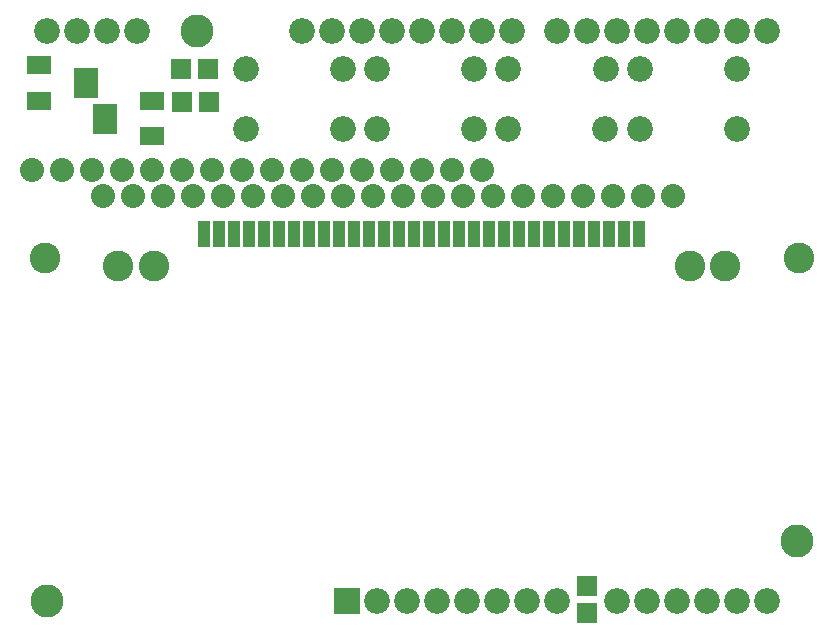
<source format=gbr>
G04 GERBER ASCII OUTPUT FROM: EDWINXP (VER. 1.61 REV. 20080915)*
G04 GERBER FORMAT: RX-274-X*
G04 BOARD: AMICUS_LCD_SHIELD*
G04 ARTWORK OF COMP.MASK POSITIVE*
%ASAXBY*%
%FSLAX23Y23*%
%MIA0B0*%
%MOIN*%
%OFA0.0000B0.0000*%
%SFA1B1*%
%IJA0B0*%
%INLAYER1POS*%
%IOA0B0*%
%IPPOS*%
%IR0*%
G04 APERTURE MACROS*
%AMEDWDONUT*
1,1,$1,$2,$3*
1,0,$4,$2,$3*
%
%AMEDWFRECT*
20,1,$1,$2,$3,$4,$5,$6*
%
%AMEDWORECT*
20,1,$1,$2,$3,$4,$5,$10*
20,1,$1,$4,$5,$6,$7,$10*
20,1,$1,$6,$7,$8,$9,$10*
20,1,$1,$8,$9,$2,$3,$10*
1,1,$1,$2,$3*
1,1,$1,$4,$5*
1,1,$1,$6,$7*
1,1,$1,$8,$9*
%
%AMEDWLINER*
20,1,$1,$2,$3,$4,$5,$6*
1,1,$1,$2,$3*
1,1,$1,$4,$5*
%
%AMEDWFTRNG*
4,1,3,$1,$2,$3,$4,$5,$6,$7,$8,$9*
%
%AMEDWATRNG*
4,1,3,$1,$2,$3,$4,$5,$6,$7,$8,$9*
20,1,$11,$1,$2,$3,$4,$10*
20,1,$11,$3,$4,$5,$6,$10*
20,1,$11,$5,$6,$7,$8,$10*
1,1,$11,$3,$4*
1,1,$11,$5,$6*
1,1,$11,$7,$8*
%
%AMEDWOTRNG*
20,1,$1,$2,$3,$4,$5,$8*
20,1,$1,$4,$5,$6,$7,$8*
20,1,$1,$6,$7,$2,$3,$8*
1,1,$1,$2,$3*
1,1,$1,$4,$5*
1,1,$1,$6,$7*
%
G04*
G04 APERTURE LIST*
%ADD10R,0.03937X0.08661*%
%ADD11R,0.06337X0.11061*%
%ADD12R,0.0315X0.07874*%
%ADD13R,0.0555X0.10274*%
%ADD14R,0.0580X0.0500*%
%ADD15R,0.0820X0.0740*%
%ADD16R,0.0480X0.0400*%
%ADD17R,0.0720X0.0640*%
%ADD18R,0.08268X0.05945*%
%ADD19R,0.10668X0.08345*%
%ADD20R,0.07874X0.05906*%
%ADD21R,0.10274X0.08306*%
%ADD22R,0.08268X0.10236*%
%ADD23R,0.10668X0.12636*%
%ADD24R,0.07874X0.09843*%
%ADD25R,0.10274X0.12243*%
%ADD26R,0.0700X0.0650*%
%ADD27R,0.0940X0.0890*%
%ADD28R,0.0600X0.0550*%
%ADD29R,0.0840X0.0790*%
%ADD30R,0.0650X0.0700*%
%ADD31R,0.0890X0.0940*%
%ADD32R,0.0550X0.0600*%
%ADD33R,0.0790X0.0840*%
%ADD34R,0.07087X0.06693*%
%ADD35R,0.10236X0.09843*%
%ADD36R,0.06299X0.05906*%
%ADD37R,0.09449X0.09055*%
%ADD38R,0.06693X0.07087*%
%ADD39R,0.09843X0.10236*%
%ADD40R,0.05906X0.06299*%
%ADD41R,0.09055X0.09449*%
%ADD42R,0.04724X0.06693*%
%ADD43R,0.07124X0.09093*%
%ADD44R,0.03937X0.05906*%
%ADD45R,0.06337X0.08306*%
%ADD46R,0.0860X0.0860*%
%ADD47R,0.1100X0.1100*%
%ADD48R,0.0700X0.0700*%
%ADD49R,0.0940X0.0940*%
%ADD50C,0.00039*%
%ADD52C,0.0010*%
%ADD54C,0.00118*%
%ADD56C,0.0020*%
%ADD57R,0.0020X0.0020*%
%ADD58C,0.00236*%
%ADD60C,0.0030*%
%ADD61R,0.0030X0.0030*%
%ADD62C,0.00394*%
%ADD64C,0.0040*%
%ADD65R,0.0040X0.0040*%
%ADD66C,0.00472*%
%ADD68C,0.0050*%
%ADD69R,0.0050X0.0050*%
%ADD70C,0.00512*%
%ADD71R,0.00512X0.00512*%
%ADD72C,0.00591*%
%ADD73R,0.00591X0.00591*%
%ADD74C,0.00659*%
%ADD75R,0.00659X0.00659*%
%ADD76C,0.00669*%
%ADD78C,0.00787*%
%ADD79R,0.00787X0.00787*%
%ADD80C,0.00799*%
%ADD82C,0.0080*%
%ADD84C,0.00886*%
%ADD85R,0.00886X0.00886*%
%ADD86C,0.00975*%
%ADD87R,0.00975X0.00975*%
%ADD88C,0.00984*%
%ADD89R,0.00984X0.00984*%
%ADD90C,0.0100*%
%ADD91R,0.0100X0.0100*%
%ADD92C,0.01181*%
%ADD94C,0.0120*%
%ADD96C,0.0130*%
%ADD97R,0.0130X0.0130*%
%ADD98C,0.0150*%
%ADD99R,0.0150X0.0150*%
%ADD100C,0.01575*%
%ADD102C,0.0160*%
%ADD103R,0.0160X0.0160*%
%ADD104C,0.01698*%
%ADD105R,0.01698X0.01698*%
%ADD106C,0.01797*%
%ADD107R,0.01797X0.01797*%
%ADD108C,0.01895*%
%ADD109R,0.01895X0.01895*%
%ADD110C,0.01969*%
%ADD111R,0.01969X0.01969*%
%ADD112C,0.01994*%
%ADD113R,0.01994X0.01994*%
%ADD114C,0.0200*%
%ADD116C,0.02092*%
%ADD117R,0.02092X0.02092*%
%ADD118C,0.02191*%
%ADD119R,0.02191X0.02191*%
%ADD120C,0.02289*%
%ADD121R,0.02289X0.02289*%
%ADD122C,0.02362*%
%ADD123R,0.02362X0.02362*%
%ADD124C,0.02387*%
%ADD125R,0.02387X0.02387*%
%ADD126C,0.0240*%
%ADD127R,0.0240X0.0240*%
%ADD128C,0.0240*%
%ADD129R,0.0240X0.0240*%
%ADD130C,0.02486*%
%ADD131R,0.02486X0.02486*%
%ADD132C,0.0250*%
%ADD133R,0.0250X0.0250*%
%ADD134C,0.02584*%
%ADD135R,0.02584X0.02584*%
%ADD136C,0.02636*%
%ADD138C,0.02683*%
%ADD139R,0.02683X0.02683*%
%ADD140C,0.02781*%
%ADD141R,0.02781X0.02781*%
%ADD142C,0.02794*%
%ADD144C,0.0288*%
%ADD145R,0.0288X0.0288*%
%ADD146C,0.0290*%
%ADD148C,0.02912*%
%ADD149R,0.02912X0.02912*%
%ADD150C,0.02978*%
%ADD151R,0.02978X0.02978*%
%ADD152C,0.02991*%
%ADD153R,0.02991X0.02991*%
%ADD154C,0.0300*%
%ADD155R,0.0300X0.0300*%
%ADD156C,0.03059*%
%ADD157R,0.03059X0.03059*%
%ADD158C,0.03069*%
%ADD159R,0.03069X0.03069*%
%ADD160C,0.03076*%
%ADD161R,0.03076X0.03076*%
%ADD162C,0.03175*%
%ADD163R,0.03175X0.03175*%
%ADD164C,0.03199*%
%ADD165R,0.03199X0.03199*%
%ADD166C,0.0320*%
%ADD167R,0.0320X0.0320*%
%ADD168C,0.03273*%
%ADD169R,0.03273X0.03273*%
%ADD170C,0.03372*%
%ADD171R,0.03372X0.03372*%
%ADD172C,0.03375*%
%ADD173R,0.03375X0.03375*%
%ADD174C,0.0347*%
%ADD175R,0.0347X0.0347*%
%ADD176C,0.0350*%
%ADD177R,0.0350X0.0350*%
%ADD178C,0.03569*%
%ADD179R,0.03569X0.03569*%
%ADD180C,0.03581*%
%ADD182C,0.0360*%
%ADD183R,0.0360X0.0360*%
%ADD184C,0.03667*%
%ADD185R,0.03667X0.03667*%
%ADD186C,0.0370*%
%ADD187R,0.0370X0.0370*%
%ADD188C,0.03765*%
%ADD189R,0.03765X0.03765*%
%ADD190C,0.03864*%
%ADD191R,0.03864X0.03864*%
%ADD192C,0.0390*%
%ADD193R,0.0390X0.0390*%
%ADD194C,0.03937*%
%ADD195R,0.03937X0.03937*%
%ADD196C,0.03962*%
%ADD197R,0.03962X0.03962*%
%ADD198C,0.0400*%
%ADD199R,0.0400X0.0400*%
%ADD200C,0.04061*%
%ADD201R,0.04061X0.04061*%
%ADD202C,0.04159*%
%ADD203R,0.04159X0.04159*%
%ADD204C,0.04173*%
%ADD205R,0.04173X0.04173*%
%ADD206C,0.04257*%
%ADD207R,0.04257X0.04257*%
%ADD208C,0.04356*%
%ADD209R,0.04356X0.04356*%
%ADD210C,0.0440*%
%ADD212C,0.04454*%
%ADD213R,0.04454X0.04454*%
%ADD214C,0.0450*%
%ADD215R,0.0450X0.0450*%
%ADD216C,0.04553*%
%ADD217R,0.04553X0.04553*%
%ADD218C,0.04651*%
%ADD219R,0.04651X0.04651*%
%ADD220C,0.0470*%
%ADD221R,0.0470X0.0470*%
%ADD222C,0.04724*%
%ADD223R,0.04724X0.04724*%
%ADD224C,0.04762*%
%ADD225R,0.04762X0.04762*%
%ADD226C,0.0490*%
%ADD227R,0.0490X0.0490*%
%ADD228C,0.0500*%
%ADD229R,0.0500X0.0500*%
%ADD230C,0.05118*%
%ADD231R,0.05118X0.05118*%
%ADD232C,0.0560*%
%ADD233R,0.0560X0.0560*%
%ADD234C,0.0570*%
%ADD235R,0.0570X0.0570*%
%ADD236C,0.0590*%
%ADD237R,0.0590X0.0590*%
%ADD238C,0.05906*%
%ADD239R,0.05906X0.05906*%
%ADD240C,0.05945*%
%ADD241R,0.05945X0.05945*%
%ADD242C,0.0600*%
%ADD243R,0.0600X0.0600*%
%ADD244C,0.0620*%
%ADD246C,0.06201*%
%ADD248C,0.06299*%
%ADD249R,0.06299X0.06299*%
%ADD250C,0.06337*%
%ADD251R,0.06337X0.06337*%
%ADD252C,0.0650*%
%ADD253R,0.0650X0.0650*%
%ADD254C,0.06693*%
%ADD255R,0.06693X0.06693*%
%ADD256C,0.0690*%
%ADD257R,0.0690X0.0690*%
%ADD258C,0.06906*%
%ADD259R,0.06906X0.06906*%
%ADD260C,0.0700*%
%ADD261R,0.0700X0.0700*%
%ADD262C,0.0710*%
%ADD263R,0.0710X0.0710*%
%ADD264C,0.07124*%
%ADD265R,0.07124X0.07124*%
%ADD266C,0.0740*%
%ADD267R,0.0740X0.0740*%
%ADD268C,0.0750*%
%ADD269R,0.0750X0.0750*%
%ADD270C,0.07598*%
%ADD272C,0.0760*%
%ADD274C,0.07874*%
%ADD275R,0.07874X0.07874*%
%ADD276C,0.0800*%
%ADD277R,0.0800X0.0800*%
%ADD278C,0.0810*%
%ADD279R,0.0810X0.0810*%
%ADD280C,0.08268*%
%ADD281R,0.08268X0.08268*%
%ADD282C,0.08306*%
%ADD283R,0.08306X0.08306*%
%ADD284C,0.08345*%
%ADD285R,0.08345X0.08345*%
%ADD286C,0.0840*%
%ADD287R,0.0840X0.0840*%
%ADD288C,0.08598*%
%ADD290C,0.0860*%
%ADD291R,0.0860X0.0860*%
%ADD292C,0.08601*%
%ADD294C,0.0870*%
%ADD295R,0.0870X0.0870*%
%ADD296C,0.0890*%
%ADD297R,0.0890X0.0890*%
%ADD298C,0.0900*%
%ADD299R,0.0900X0.0900*%
%ADD300C,0.09093*%
%ADD301R,0.09093X0.09093*%
%ADD302C,0.0940*%
%ADD303R,0.0940X0.0940*%
%ADD304C,0.09449*%
%ADD306C,0.0970*%
%ADD307R,0.0970X0.0970*%
%ADD308C,0.09843*%
%ADD309R,0.09843X0.09843*%
%ADD310C,0.0990*%
%ADD311R,0.0990X0.0990*%
%ADD312C,0.09998*%
%ADD314C,0.1000*%
%ADD315R,0.1000X0.1000*%
%ADD316C,0.10236*%
%ADD317R,0.10236X0.10236*%
%ADD318C,0.10274*%
%ADD319R,0.10274X0.10274*%
%ADD320C,0.1040*%
%ADD321R,0.1040X0.1040*%
%ADD322C,0.10668*%
%ADD323R,0.10668X0.10668*%
%ADD324C,0.10998*%
%ADD326C,0.1100*%
%ADD327R,0.1100X0.1100*%
%ADD328C,0.1110*%
%ADD329R,0.1110X0.1110*%
%ADD330C,0.1120*%
%ADD331R,0.1120X0.1120*%
%ADD332C,0.1140*%
%ADD333R,0.1140X0.1140*%
%ADD334C,0.1150*%
%ADD335R,0.1150X0.1150*%
%ADD336C,0.11849*%
%ADD338C,0.1200*%
%ADD339R,0.1200X0.1200*%
%ADD340C,0.1210*%
%ADD341R,0.1210X0.1210*%
%ADD342C,0.12243*%
%ADD343R,0.12243X0.12243*%
%ADD344C,0.1240*%
%ADD345R,0.1240X0.1240*%
%ADD346C,0.1250*%
%ADD347R,0.1250X0.1250*%
%ADD348C,0.12636*%
%ADD349R,0.12636X0.12636*%
%ADD350C,0.12992*%
%ADD351R,0.12992X0.12992*%
%ADD352C,0.1300*%
%ADD353R,0.1300X0.1300*%
%ADD354C,0.1340*%
%ADD355R,0.1340X0.1340*%
%ADD356C,0.1390*%
%ADD357R,0.1390X0.1390*%
%ADD358C,0.1420*%
%ADD359R,0.1420X0.1420*%
%ADD360C,0.1440*%
%ADD361R,0.1440X0.1440*%
%ADD362C,0.1490*%
%ADD363R,0.1490X0.1490*%
%ADD364C,0.1520*%
%ADD365R,0.1520X0.1520*%
%ADD366C,0.15374*%
%ADD367R,0.15374X0.15374*%
%ADD368C,0.1540*%
%ADD369R,0.1540X0.1540*%
%ADD370C,0.1660*%
%ADD371R,0.1660X0.1660*%
%ADD372C,0.17323*%
%ADD374C,0.1760*%
%ADD375R,0.1760X0.1760*%
%ADD376C,0.17774*%
%ADD377R,0.17774X0.17774*%
%ADD378C,0.18504*%
%ADD380C,0.18898*%
%ADD382C,0.20904*%
%ADD384C,0.2126*%
%ADD386C,0.21298*%
%ADD388C,0.22835*%
%ADD391R,0.23622X0.23622*%
%ADD393R,0.24937X0.24937*%
%ADD395R,0.26022X0.26022*%
%ADD397R,0.27337X0.27337*%
%ADD399R,0.31496X0.31496*%
%ADD401R,0.32811X0.32811*%
%ADD403R,0.33896X0.33896*%
%ADD405R,0.35211X0.35211*%
%ADD406C,0.45211*%
%ADD407R,0.45211X0.45211*%
%ADD408C,0.55211*%
%ADD409R,0.55211X0.55211*%
%ADD410C,0.65211*%
%ADD411R,0.65211X0.65211*%
%ADD412C,0.75211*%
%ADD413R,0.75211X0.75211*%
%ADD414C,0.85211*%
%ADD415R,0.85211X0.85211*%
%ADD416C,0.95211*%
%ADD417R,0.95211X0.95211*%
%ADD418C,1.05211*%
%ADD419R,1.05211X1.05211*%
%ADD420C,1.15211*%
%ADD421R,1.15211X1.15211*%
%ADD422C,1.25211*%
%ADD423R,1.25211X1.25211*%
%ADD424C,1.35211*%
%ADD425R,1.35211X1.35211*%
%ADD426C,1.45211*%
%ADD427R,1.45211X1.45211*%
%ADD428C,1.55211*%
%ADD429R,1.55211X1.55211*%
%ADD430C,1.65211*%
%ADD431R,1.65211X1.65211*%
%ADD432C,1.75211*%
%ADD433R,1.75211X1.75211*%
%ADD434C,1.85211*%
%ADD435R,1.85211X1.85211*%
%ADD436C,1.95211*%
%ADD437R,1.95211X1.95211*%
G04*
D288*
X2400Y1675D02*D03*
X2400Y1875D02*D03*
X2076Y1875D02*D03*
X2076Y1675D02*D03*
X1962Y1675D02*D03*
X1963Y1875D02*D03*
X1638Y1875D02*D03*
X1638Y1675D02*D03*
X1525Y1675D02*D03*
X1525Y1875D02*D03*
X1201Y1875D02*D03*
X1201Y1675D02*D03*
D276*
X50Y1538D02*D03*
X150Y1538D02*D03*
X250Y1538D02*D03*
X350Y1538D02*D03*
X450Y1538D02*D03*
X550Y1538D02*D03*
X650Y1538D02*D03*
X750Y1538D02*D03*
X850Y1538D02*D03*
X950Y1538D02*D03*
X1050Y1538D02*D03*
X1150Y1538D02*D03*
X1250Y1538D02*D03*
X1350Y1538D02*D03*
X1450Y1538D02*D03*
X1550Y1538D02*D03*
D10* 
X625Y1325D02*D03*
X675Y1325D02*D03*
X725Y1325D02*D03*
X775Y1325D02*D03*
X825Y1325D02*D03*
X875Y1325D02*D03*
X925Y1325D02*D03*
X975Y1325D02*D03*
X1025Y1325D02*D03*
X1075Y1325D02*D03*
X1125Y1325D02*D03*
X1175Y1325D02*D03*
X1225Y1325D02*D03*
X1275Y1325D02*D03*
X1325Y1325D02*D03*
X1375Y1325D02*D03*
X1425Y1325D02*D03*
X1475Y1325D02*D03*
X1525Y1325D02*D03*
X1575Y1325D02*D03*
X1625Y1325D02*D03*
X1675Y1325D02*D03*
X1725Y1325D02*D03*
X1775Y1325D02*D03*
X1825Y1325D02*D03*
X1875Y1325D02*D03*
X1925Y1325D02*D03*
X1975Y1325D02*D03*
X2025Y1325D02*D03*
X2075Y1325D02*D03*
D316*
X456Y1217D02*D03*
X338Y1217D02*D03*
X2244Y1217D02*D03*
X2362Y1217D02*D03*
X2606Y1244D02*D03*
X94Y1244D02*D03*
D276*
X288Y1450D02*D03*
X388Y1450D02*D03*
X488Y1450D02*D03*
X588Y1450D02*D03*
X688Y1450D02*D03*
X788Y1450D02*D03*
X888Y1450D02*D03*
X988Y1450D02*D03*
X1088Y1450D02*D03*
X1188Y1450D02*D03*
X1288Y1450D02*D03*
X1388Y1450D02*D03*
X1488Y1450D02*D03*
X1588Y1450D02*D03*
X1688Y1450D02*D03*
X1788Y1450D02*D03*
X1888Y1450D02*D03*
X1988Y1450D02*D03*
X2088Y1450D02*D03*
X2188Y1450D02*D03*
D290*
X2000Y100D02*D03*
X2100Y100D02*D03*
X2200Y100D02*D03*
X2300Y100D02*D03*
X2400Y100D02*D03*
X2500Y100D02*D03*
X950Y2000D02*D03*
X1050Y2000D02*D03*
X1150Y2000D02*D03*
X1250Y2000D02*D03*
X1350Y2000D02*D03*
X1450Y2000D02*D03*
X1550Y2000D02*D03*
X1650Y2000D02*D03*
X1300Y100D02*D03*
X1400Y100D02*D03*
X1500Y100D02*D03*
X1600Y100D02*D03*
X1700Y100D02*D03*
X1800Y100D02*D03*
X1800Y2000D02*D03*
X1900Y2000D02*D03*
X2000Y2000D02*D03*
X2100Y2000D02*D03*
X2200Y2000D02*D03*
X2300Y2000D02*D03*
X2400Y2000D02*D03*
X2500Y2000D02*D03*
D18* 
X75Y1888D02*D03*
X75Y1769D02*D03*
D22* 
X232Y1828D02*D03*
D18* 
X450Y1650D02*D03*
X450Y1768D02*D03*
D22* 
X293Y1709D02*D03*
D26* 
X550Y1763D02*D03*
X640Y1763D02*D03*
X638Y1875D02*D03*
X548Y1875D02*D03*
D288*
X1087Y1675D02*D03*
X1088Y1875D02*D03*
X763Y1875D02*D03*
X763Y1675D02*D03*
D30* 
X1900Y60D02*D03*
X1900Y150D02*D03*
D290*
X100Y2000D02*D03*
X200Y2000D02*D03*
X300Y2000D02*D03*
X400Y2000D02*D03*
D326*
X600Y2000D02*D03*
X100Y100D02*D03*
D46* 
X1100Y100D02*D03*
D290*
X1200Y100D02*D03*
D326*
X2600Y300D02*D03*
M02*

</source>
